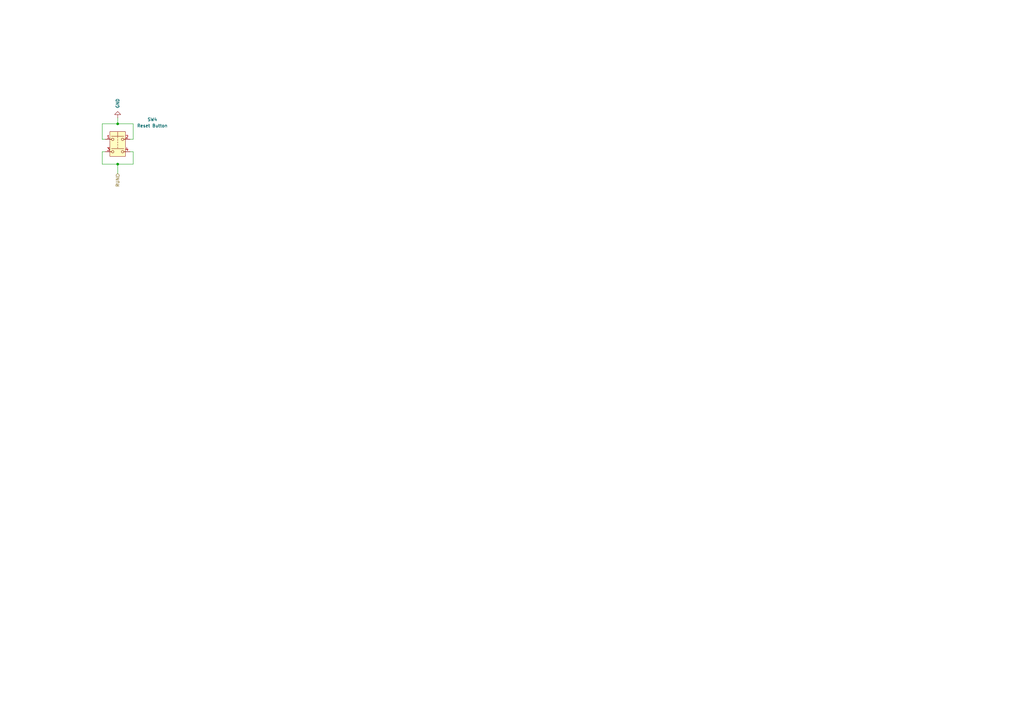
<source format=kicad_sch>
(kicad_sch (version 20231120) (generator "eeschema") (generator_version "8.0")
  (paper "A3")
  (title_block (title "Versa") (date "2024-12-29") (rev "1.0") (company "Mikhail Matveev") (comment 1 "https://github.com/xtremespb/versa"))
  (lib_symbols
    (symbol "GND_1" (power) (pin_numbers hide) (pin_names (offset 0) hide)
      (property "Value" "GND" (at 0 -3.81 0))
      (symbol "GND_1_0_1"
        (polyline (pts (xy 0 0) (xy 0 -1.27) (xy 1.27 -1.27) (xy 0 -2.54) (xy -1.27 -1.27) (xy 0 -1.27)))
      )
      (symbol "GND_1_1_1"
        (pin power_in line (at 0 0 270) (length 0) (name "~") (number "1"))
      )
    )
    (symbol "Switch:SW_Push_Dual" (pin_names (offset 1.016) hide)
      (property "Reference" "SW" (at 0 7.62 0))
      (property "Value" "SW_Push_Dual" (at 0 -6.35 0))
      (symbol "SW_Push_Dual_0_1"
        (circle (center -2.032 -2.54) (radius 0.508))
        (circle (center -2.032 2.54) (radius 0.508))
        (polyline (pts (xy 0 -0.508) (xy 0 -1.016)))
        (polyline (pts (xy 0 0.508) (xy 0 0)))
        (polyline (pts (xy 0 1.016) (xy 0 1.524)))
        (polyline (pts (xy 0 2.032) (xy 0 2.54)))
        (polyline (pts (xy 0 3.048) (xy 0 3.556)))
        (polyline (pts (xy 0 3.81) (xy 0 5.588)))
        (polyline (pts (xy 2.54 -1.27) (xy -2.54 -1.27)))
        (polyline (pts (xy 2.54 3.81) (xy -2.54 3.81)))
        (circle (center 2.032 -2.54) (radius 0.508))
        (circle (center 2.032 2.54) (radius 0.508))
        (pin passive line (at -5.08 2.54 0) (length 2.54) (name "1") (number "1"))
        (pin passive line (at 5.08 2.54 180) (length 2.54) (name "2") (number "2"))
        (pin passive line (at -5.08 -2.54 0) (length 2.54) (name "3") (number "3"))
        (pin passive line (at 5.08 -2.54 180) (length 2.54) (name "4") (number "4"))
      )
      (symbol "SW_Push_Dual_1_1"
        (rectangle (start -3.175 5.715) (end 3.175 -4.445) (fill (type background)))
      )
    )
  )
  (junction (at 48.26 50.8))
  (junction (at 48.26 67.31))
  (wire (pts (xy 41.91 62.23) (xy 43.18 62.23)))
  (wire (pts (xy 41.91 50.8) (xy 48.26 50.8)))
  (wire (pts (xy 41.91 50.8) (xy 41.91 57.15)))
  (wire (pts (xy 48.26 67.31) (xy 54.61 67.31)))
  (wire (pts (xy 41.91 67.31) (xy 48.26 67.31)))
  (wire (pts (xy 54.61 67.31) (xy 54.61 62.23)))
  (wire (pts (xy 48.26 48.26) (xy 48.26 50.8)))
  (wire (pts (xy 53.34 57.15) (xy 54.61 57.15)))
  (wire (pts (xy 54.61 50.8) (xy 54.61 57.15)))
  (wire (pts (xy 48.26 67.31) (xy 48.26 71.12)))
  (wire (pts (xy 41.91 67.31) (xy 41.91 62.23)))
  (wire (pts (xy 41.91 57.15) (xy 43.18 57.15)))
  (wire (pts (xy 48.26 50.8) (xy 54.61 50.8)))
  (wire (pts (xy 53.34 62.23) (xy 54.61 62.23)))
  (hierarchical_label "RUN" (shape input) (at 48.26 71.12 270))
  (symbol (lib_id "Switch:SW_Push_Dual") (at 48.26 59.69 0) (unit 1)
    (property "Reference" "SW4" (at 62.484 49.022 0))
    (property "Value" "Reset Button" (at 62.484 51.562 0))
    (property "Footprint" "LIBS:Button_SMD_3x3x2" (effects (hide yes)))
    (property "Description" "Push button switch, generic, symbol, four pins" (effects (hide yes)))
  )
  (symbol (lib_name "GND_1") (lib_id "power:GND") (at 48.26 48.26 180) (unit 1)
    (property "Reference" "#PWR040" (effects (hide yes)))
    (property "Value" "GND" (at 48.2601 44.45 90) (effects (justify right)))
    (property "Description" "Power symbol creates a global label with name \"GND\" , ground" (effects (hide yes)))
  )
)
</source>
